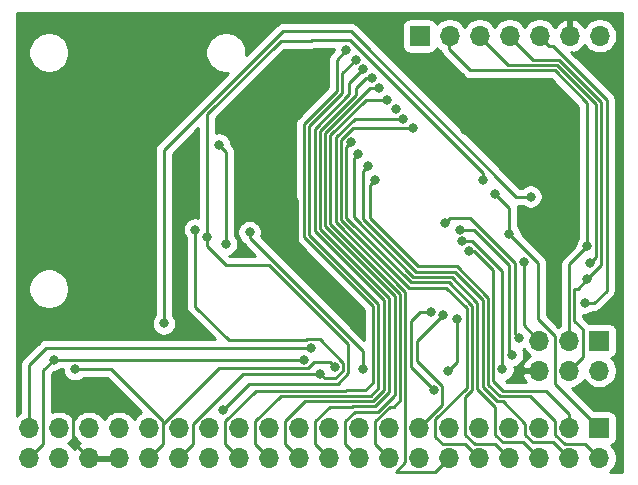
<source format=gbr>
%TF.GenerationSoftware,KiCad,Pcbnew,5.1.5*%
%TF.CreationDate,2020-05-13T22:00:42+02:00*%
%TF.ProjectId,thinkpad-keyboard,7468696e-6b70-4616-942d-6b6579626f61,rev?*%
%TF.SameCoordinates,Original*%
%TF.FileFunction,Copper,L2,Bot*%
%TF.FilePolarity,Positive*%
%FSLAX46Y46*%
G04 Gerber Fmt 4.6, Leading zero omitted, Abs format (unit mm)*
G04 Created by KiCad (PCBNEW 5.1.5) date 2020-05-13 22:00:42*
%MOMM*%
%LPD*%
G04 APERTURE LIST*
%ADD10O,1.700000X1.700000*%
%ADD11R,1.700000X1.700000*%
%ADD12C,0.800000*%
%ADD13C,0.250000*%
%ADD14C,0.254000*%
G04 APERTURE END LIST*
D10*
X150040000Y-71600000D03*
X147500000Y-71600000D03*
X144960000Y-71600000D03*
X142420000Y-71600000D03*
X139880000Y-71600000D03*
X137340000Y-71600000D03*
D11*
X134800000Y-71600000D03*
D10*
X144920000Y-99940000D03*
X144920000Y-97400000D03*
X147460000Y-99940000D03*
X147460000Y-97400000D03*
X150000000Y-99940000D03*
D11*
X150000000Y-97400000D03*
D10*
X101740000Y-107340000D03*
X101740000Y-104800000D03*
X104280000Y-107340000D03*
X104280000Y-104800000D03*
X106820000Y-107340000D03*
X106820000Y-104800000D03*
X109360000Y-107340000D03*
X109360000Y-104800000D03*
X111900000Y-107340000D03*
X111900000Y-104800000D03*
X114440000Y-107340000D03*
X114440000Y-104800000D03*
X116980000Y-107340000D03*
X116980000Y-104800000D03*
X119520000Y-107340000D03*
X119520000Y-104800000D03*
X122060000Y-107340000D03*
X122060000Y-104800000D03*
X124600000Y-107340000D03*
X124600000Y-104800000D03*
X127140000Y-107340000D03*
X127140000Y-104800000D03*
X129680000Y-107340000D03*
X129680000Y-104800000D03*
X132220000Y-107340000D03*
X132220000Y-104800000D03*
X134760000Y-107340000D03*
X134760000Y-104800000D03*
X137300000Y-107340000D03*
X137300000Y-104800000D03*
X139840000Y-107340000D03*
X139840000Y-104800000D03*
X142380000Y-107340000D03*
X142380000Y-104800000D03*
X144920000Y-107340000D03*
X144920000Y-104800000D03*
X147460000Y-107340000D03*
X147460000Y-104800000D03*
X150000000Y-107340000D03*
D11*
X150000000Y-104800000D03*
D12*
X146000000Y-76800000D03*
X146000000Y-78000000D03*
X138600000Y-79600000D03*
X146284999Y-95115001D03*
X147700000Y-87500000D03*
X146000000Y-93000000D03*
X128200000Y-70000000D03*
X127200000Y-70000000D03*
X126000000Y-70000000D03*
X142200000Y-77400000D03*
X140600000Y-76000000D03*
X142200000Y-76000000D03*
X150000000Y-102800000D03*
X150600000Y-101800000D03*
X151200000Y-102800000D03*
X151400000Y-73600000D03*
X151400000Y-75200000D03*
X106800000Y-90200000D03*
X104000000Y-90200000D03*
X105600000Y-88200000D03*
X106800000Y-77200000D03*
X109400000Y-77200000D03*
X108200000Y-75400000D03*
X111400000Y-92800000D03*
X111000000Y-94000000D03*
X109200000Y-88200000D03*
X110000000Y-87400000D03*
X115600000Y-85200000D03*
X125612150Y-91387850D03*
X124200000Y-85600000D03*
X118200000Y-78600000D03*
X123600000Y-73200000D03*
X104000000Y-100800000D03*
X120400000Y-76400000D03*
X121800000Y-75000000D03*
X149200000Y-95400000D03*
X148800000Y-94200000D03*
X149000000Y-92200000D03*
X149200000Y-90800000D03*
X149000000Y-89400000D03*
X143600000Y-90700000D03*
X125000000Y-99000000D03*
X103800000Y-99000000D03*
X125600000Y-98000000D03*
X144200000Y-85200000D03*
X113140000Y-95940000D03*
X130800000Y-75200000D03*
X127600000Y-99600000D03*
X105600000Y-99800000D03*
X115800000Y-88000000D03*
X126400000Y-100200000D03*
X140200000Y-83800000D03*
X116800000Y-88600000D03*
X118155001Y-103244999D03*
X128600000Y-72800000D03*
X129400000Y-73600000D03*
X130000000Y-74400000D03*
X117800000Y-80800000D03*
X118400000Y-89200000D03*
X141200000Y-85000000D03*
X131400000Y-76000000D03*
X132000000Y-77000000D03*
X137200000Y-100000000D03*
X138000000Y-95600000D03*
X132800000Y-77800000D03*
X130000000Y-99800000D03*
X120400000Y-88200000D03*
X136800000Y-95200000D03*
X133400000Y-78600000D03*
X135800000Y-95000000D03*
X136000000Y-101600000D03*
X142400000Y-88400000D03*
X134200000Y-79400000D03*
X143200000Y-97200000D03*
X136950000Y-87450000D03*
X129000000Y-80600000D03*
X142600000Y-98600000D03*
X138200000Y-88000000D03*
X129600000Y-81600000D03*
X141800000Y-99800000D03*
X138400000Y-89000000D03*
X130400000Y-82600000D03*
X139000000Y-89800000D03*
X131000000Y-83800000D03*
D13*
X146284999Y-88915001D02*
X147700000Y-87500000D01*
X146284999Y-95115001D02*
X146284999Y-88915001D01*
X124374890Y-86165685D02*
X124374890Y-85600000D01*
X124374890Y-90716275D02*
X124374890Y-86165685D01*
X125046465Y-91387850D02*
X124374890Y-90716275D01*
X125612150Y-91387850D02*
X125046465Y-91387850D01*
X124200000Y-85990795D02*
X124374890Y-86165685D01*
X124200000Y-85600000D02*
X124200000Y-85990795D01*
X105455001Y-105975001D02*
X105455001Y-102255001D01*
X106820000Y-107340000D02*
X105455001Y-105975001D01*
X105455001Y-102255001D02*
X104000000Y-100800000D01*
X104000000Y-100800000D02*
X104000000Y-100800000D01*
X150625020Y-76988610D02*
X150625020Y-93174980D01*
X146086409Y-72449999D02*
X150625020Y-76988610D01*
X144920000Y-71600000D02*
X145769999Y-72449999D01*
X145769999Y-72449999D02*
X146086409Y-72449999D01*
X150625020Y-93174980D02*
X149600000Y-94200000D01*
X149600000Y-94200000D02*
X149000000Y-94200000D01*
X144380000Y-73600000D02*
X142380000Y-71600000D01*
X146600000Y-73600000D02*
X144380000Y-73600000D01*
X150175010Y-77175010D02*
X146600000Y-73600000D01*
X149000000Y-92200000D02*
X150175010Y-91024990D01*
X150175010Y-91024990D02*
X150175010Y-77175010D01*
X148635001Y-96435001D02*
X147910010Y-95710010D01*
X147460000Y-99940000D02*
X148635001Y-98764999D01*
X148635001Y-98764999D02*
X148635001Y-96435001D01*
X147910010Y-95710010D02*
X147910010Y-93000000D01*
X148200000Y-93000000D02*
X149000000Y-92200000D01*
X147910010Y-93000000D02*
X148200000Y-93000000D01*
X146413600Y-74050010D02*
X142290010Y-74050010D01*
X142290010Y-74050010D02*
X139840000Y-71600000D01*
X149725001Y-77361411D02*
X146413600Y-74050010D01*
X149200000Y-90800000D02*
X149725001Y-90274999D01*
X149725001Y-90274999D02*
X149725001Y-77361411D01*
X137300000Y-72700000D02*
X137300000Y-71600000D01*
X139100020Y-74500020D02*
X137300000Y-72700000D01*
X146227200Y-74500020D02*
X139100020Y-74500020D01*
X149000000Y-77272820D02*
X146227200Y-74500020D01*
X149000000Y-89400000D02*
X149000000Y-77272820D01*
X147460000Y-90940000D02*
X149000000Y-89400000D01*
X147460000Y-97400000D02*
X147460000Y-90940000D01*
X143600000Y-96080000D02*
X143600000Y-90700000D01*
X144920000Y-97400000D02*
X143600000Y-96080000D01*
X102589999Y-106490001D02*
X101740000Y-107340000D01*
X102915001Y-99884999D02*
X102915001Y-106164999D01*
X103800000Y-99000000D02*
X102915001Y-99884999D01*
X102915001Y-106164999D02*
X102589999Y-106490001D01*
X125000000Y-99000000D02*
X103800000Y-99000000D01*
X103800000Y-99000000D02*
X103800000Y-99000000D01*
X101740000Y-99460000D02*
X101740000Y-104800000D01*
X125600000Y-98000000D02*
X103200000Y-98000000D01*
X103200000Y-98000000D02*
X101740000Y-99460000D01*
X129000000Y-71200000D02*
X123200000Y-71200000D01*
X123200000Y-71200000D02*
X113140000Y-81260000D01*
X144200000Y-85200000D02*
X143000000Y-85200000D01*
X113140000Y-81260000D02*
X113140000Y-95940000D01*
X143000000Y-85200000D02*
X129000000Y-71200000D01*
X125964999Y-106164999D02*
X127140000Y-107340000D01*
X126349954Y-79631408D02*
X126349955Y-87913545D01*
X125964999Y-104235001D02*
X125964999Y-106164999D01*
X126349955Y-87913545D02*
X132200000Y-93763590D01*
X129400000Y-76581362D02*
X126349954Y-79631408D01*
X129400000Y-76034315D02*
X129400000Y-76581362D01*
X132200000Y-93763590D02*
X132200000Y-101763590D01*
X132200000Y-101763590D02*
X131013600Y-102949990D01*
X130234315Y-75200000D02*
X129400000Y-76034315D01*
X127200000Y-103000000D02*
X125964999Y-104235001D01*
X131013600Y-102949990D02*
X129154598Y-102949990D01*
X130800000Y-75200000D02*
X130234315Y-75200000D01*
X129154598Y-102949990D02*
X129104588Y-103000000D01*
X129104588Y-103000000D02*
X127200000Y-103000000D01*
X113075001Y-104425997D02*
X113075001Y-106164999D01*
X125348001Y-99725001D02*
X117775997Y-99725001D01*
X125873001Y-99200001D02*
X125348001Y-99725001D01*
X127200001Y-99200001D02*
X125873001Y-99200001D01*
X117775997Y-99725001D02*
X113075001Y-104425997D01*
X127600000Y-99600000D02*
X127200001Y-99200001D01*
X113075001Y-106164999D02*
X112749999Y-106490001D01*
X112749999Y-106490001D02*
X111900000Y-107340000D01*
X113075001Y-104235999D02*
X113075001Y-106164999D01*
X108639002Y-99800000D02*
X113075001Y-104235999D01*
X105600000Y-99800000D02*
X108639002Y-99800000D01*
X115800000Y-88000000D02*
X115800000Y-88000000D01*
X115289999Y-106490001D02*
X114440000Y-107340000D01*
X115615001Y-106164999D02*
X115289999Y-106490001D01*
X115615001Y-104425997D02*
X115615001Y-106164999D01*
X119840998Y-100200000D02*
X115615001Y-104425997D01*
X126400000Y-100200000D02*
X119840998Y-100200000D01*
X126799999Y-100599999D02*
X126400000Y-100200000D01*
X126348001Y-97274999D02*
X128325001Y-99251999D01*
X125251999Y-97274999D02*
X126348001Y-97274999D01*
X125171997Y-97355001D02*
X125251999Y-97274999D01*
X118621999Y-97355001D02*
X125171997Y-97355001D01*
X127673003Y-100599999D02*
X126799999Y-100599999D01*
X128325001Y-99948001D02*
X127673003Y-100599999D01*
X115800000Y-94533002D02*
X118621999Y-97355001D01*
X128325001Y-99251999D02*
X128325001Y-99948001D01*
X115800000Y-88000000D02*
X115800000Y-94533002D01*
X116800000Y-88600000D02*
X116800000Y-88600000D01*
X140200000Y-83234315D02*
X140200000Y-83800000D01*
X128882842Y-71917158D02*
X125682842Y-71917158D01*
X128882842Y-71917158D02*
X140200000Y-83234315D01*
X125682842Y-71917158D02*
X125600000Y-72000000D01*
X125600000Y-72000000D02*
X123036410Y-72000000D01*
X116800000Y-78236410D02*
X116800000Y-88600000D01*
X123036410Y-72000000D02*
X116800000Y-78236410D01*
X120349992Y-101050008D02*
X118155001Y-103244999D01*
X128775011Y-100134401D02*
X127859404Y-101050008D01*
X116800000Y-88600000D02*
X116800000Y-89400000D01*
X127859404Y-101050008D02*
X120349992Y-101050008D01*
X128775011Y-97702009D02*
X128775011Y-100134401D01*
X116800000Y-89400000D02*
X118400000Y-91000000D01*
X122073002Y-91000000D02*
X128775011Y-97702009D01*
X118400000Y-91000000D02*
X122073002Y-91000000D01*
X118344999Y-106164999D02*
X119520000Y-107340000D01*
X118344999Y-104235999D02*
X118344999Y-106164999D01*
X128563573Y-101631785D02*
X120949213Y-101631785D01*
X124999927Y-88599927D02*
X130849862Y-94449862D01*
X128600000Y-72800000D02*
X127802991Y-73597009D01*
X124999926Y-79072210D02*
X124999927Y-88599927D01*
X127802991Y-76269144D02*
X124999926Y-79072210D01*
X127802991Y-73597009D02*
X127802991Y-76269144D01*
X130849862Y-97486272D02*
X130849970Y-97486380D01*
X130849970Y-97486380D02*
X130849970Y-100950030D01*
X130849970Y-100950030D02*
X130200040Y-101599960D01*
X130200040Y-101599960D02*
X128595398Y-101599960D01*
X120949213Y-101631785D02*
X118344999Y-104235999D01*
X130849862Y-94449862D02*
X130849862Y-97486272D01*
X128595398Y-101599960D02*
X128563573Y-101631785D01*
X128731788Y-102099980D02*
X123021018Y-102099980D01*
X125449936Y-79258610D02*
X125449936Y-88413526D01*
X125449936Y-88413526D02*
X131299872Y-94263462D01*
X128253001Y-76455542D02*
X125449936Y-79258610D01*
X120884999Y-104235999D02*
X120884999Y-106164999D01*
X130640800Y-102049970D02*
X128781798Y-102049970D01*
X129400000Y-73600000D02*
X128253001Y-74746999D01*
X123021018Y-102099980D02*
X120884999Y-104235999D01*
X131299980Y-101390790D02*
X130640800Y-102049970D01*
X131299872Y-94263462D02*
X131299872Y-97299872D01*
X131299872Y-97299872D02*
X131299980Y-97299980D01*
X131299980Y-97299980D02*
X131299980Y-101390790D01*
X120884999Y-106164999D02*
X122060000Y-107340000D01*
X128253001Y-74746999D02*
X128253001Y-76455542D01*
X128781798Y-102049970D02*
X128731788Y-102099980D01*
X123424999Y-106164999D02*
X124600000Y-107340000D01*
X125899945Y-79445009D02*
X125899946Y-88099946D01*
X128847471Y-75552529D02*
X128847471Y-76497481D01*
X130827200Y-102499980D02*
X128968198Y-102499980D01*
X131749990Y-93949990D02*
X131749990Y-101577190D01*
X128847471Y-76497481D02*
X125899945Y-79445009D01*
X128918188Y-102549990D02*
X125111008Y-102549990D01*
X125899946Y-88099946D02*
X131749990Y-93949990D01*
X125111008Y-102549990D02*
X123424999Y-104235999D01*
X123424999Y-104235999D02*
X123424999Y-106164999D01*
X130000000Y-74400000D02*
X128847471Y-75552529D01*
X131749990Y-101577190D02*
X130827200Y-102499980D01*
X128968198Y-102499980D02*
X128918188Y-102549990D01*
X118400000Y-81400000D02*
X117800000Y-80800000D01*
X118400000Y-89200000D02*
X118400000Y-81400000D01*
X141200000Y-85000000D02*
X141200000Y-85000000D01*
X128504999Y-106164999D02*
X129680000Y-107340000D01*
X126799964Y-87727144D02*
X132684979Y-93612159D01*
X126799964Y-79817808D02*
X126799964Y-87727144D01*
X129340998Y-103400000D02*
X128504999Y-104235999D01*
X130617772Y-76000000D02*
X126799964Y-79817808D01*
X132684979Y-93612159D02*
X132684979Y-101959609D01*
X131400000Y-76000000D02*
X130617772Y-76000000D01*
X132684979Y-101959609D02*
X132600000Y-102000000D01*
X132600000Y-102000000D02*
X132600000Y-102044588D01*
X132600000Y-102044588D02*
X131244588Y-103400000D01*
X131244588Y-103400000D02*
X129340998Y-103400000D01*
X128504999Y-104235999D02*
X128504999Y-106164999D01*
X132280998Y-103000000D02*
X131044999Y-104235999D01*
X132600000Y-103000000D02*
X132280998Y-103000000D01*
X133134989Y-102465011D02*
X132600000Y-103000000D01*
X127249974Y-80004208D02*
X127249974Y-87540744D01*
X131370001Y-106490001D02*
X132220000Y-107340000D01*
X131044999Y-106164999D02*
X131370001Y-106490001D01*
X133134989Y-93425759D02*
X133134989Y-102465011D01*
X130254182Y-77000000D02*
X127249974Y-80004208D01*
X131044999Y-104235999D02*
X131044999Y-106164999D01*
X132000000Y-77000000D02*
X130254182Y-77000000D01*
X127249974Y-87540744D02*
X133134989Y-93425759D01*
X137200000Y-100000000D02*
X137200000Y-100000000D01*
X138000000Y-99200000D02*
X138000000Y-95600000D01*
X137200000Y-100000000D02*
X138000000Y-99200000D01*
X130000000Y-99800000D02*
X130000000Y-98290588D01*
X130000000Y-98290588D02*
X120400000Y-88690588D01*
X120400000Y-88690588D02*
X120400000Y-88200000D01*
X120400000Y-88200000D02*
X120400000Y-88200000D01*
X135609999Y-103950001D02*
X134760000Y-104800000D01*
X135609999Y-103924591D02*
X135609999Y-103950001D01*
X136725001Y-102809589D02*
X135609999Y-103924591D01*
X136725001Y-101251999D02*
X136725001Y-102809589D01*
X134574999Y-99101997D02*
X136725001Y-101251999D01*
X134574999Y-97425001D02*
X134574999Y-99101997D01*
X136800000Y-95200000D02*
X134574999Y-97425001D01*
X133400000Y-78600000D02*
X129290588Y-78600000D01*
X129290588Y-78600000D02*
X127699982Y-80190608D01*
X127699982Y-87354342D02*
X127699982Y-80190608D01*
X133584998Y-93239358D02*
X127699982Y-87354342D01*
X132784001Y-108515001D02*
X133584998Y-107714004D01*
X136124999Y-108515001D02*
X132784001Y-108515001D01*
X133584998Y-107714004D02*
X133584998Y-93239358D01*
X137300000Y-107340000D02*
X136124999Y-108515001D01*
X134035009Y-98635009D02*
X134035009Y-95764991D01*
X134800000Y-95000000D02*
X135800000Y-95000000D01*
X134035009Y-95764991D02*
X134800000Y-95000000D01*
X134035009Y-98635009D02*
X134035009Y-99635009D01*
X134035009Y-99635009D02*
X136000000Y-101600000D01*
X136000000Y-101600000D02*
X136000000Y-101600000D01*
X146284999Y-101084999D02*
X150000000Y-104800000D01*
X146284999Y-97025997D02*
X146284999Y-101084999D01*
X138664999Y-106164999D02*
X139840000Y-107340000D01*
X133891025Y-92908975D02*
X137072565Y-92908975D01*
X138785500Y-101385500D02*
X136124999Y-104046001D01*
X134200000Y-79400000D02*
X129126998Y-79400000D01*
X136124999Y-104046001D02*
X136124999Y-105553999D01*
X128149991Y-80377007D02*
X128149992Y-87167942D01*
X129126998Y-79400000D02*
X128149991Y-80377007D01*
X128149992Y-87167942D02*
X133891025Y-92908975D01*
X137072565Y-92908975D02*
X138785500Y-94621910D01*
X136124999Y-105553999D02*
X136735999Y-106164999D01*
X138785500Y-94621910D02*
X138785500Y-101385500D01*
X136735999Y-106164999D02*
X138664999Y-106164999D01*
X143200000Y-97200000D02*
X143200000Y-97200000D01*
X143200000Y-97200000D02*
X142850010Y-96850010D01*
X142850010Y-90813600D02*
X142818205Y-90781795D01*
X142850010Y-96850010D02*
X142850010Y-90813600D01*
X137349999Y-87050001D02*
X136950000Y-87450000D01*
X139086411Y-87050001D02*
X137349999Y-87050001D01*
X142850010Y-90813600D02*
X139086411Y-87050001D01*
X141204999Y-106164999D02*
X142380000Y-107340000D01*
X139465997Y-106164999D02*
X141204999Y-106164999D01*
X138664999Y-102142411D02*
X138664999Y-105364001D01*
X139235510Y-101571900D02*
X138664999Y-102142411D01*
X139235510Y-94435510D02*
X139235510Y-101571900D01*
X138664999Y-105364001D02*
X139465997Y-106164999D01*
X129000000Y-80600000D02*
X128600001Y-80999999D01*
X134077425Y-92458965D02*
X137258965Y-92458965D01*
X137258965Y-92458965D02*
X139235510Y-94435510D01*
X128600001Y-80999999D02*
X128600001Y-86981541D01*
X128600001Y-86981541D02*
X134077425Y-92458965D01*
X142600000Y-98600000D02*
X142600000Y-98600000D01*
X139400000Y-88000000D02*
X138200000Y-88000000D01*
X142400000Y-91000000D02*
X139400000Y-88000000D01*
X142600000Y-98600000D02*
X142400000Y-98400000D01*
X142400000Y-98400000D02*
X142400000Y-91000000D01*
X141815999Y-105975001D02*
X143555001Y-105975001D01*
X141204999Y-105364001D02*
X141815999Y-105975001D01*
X141204999Y-103004999D02*
X141204999Y-105364001D01*
X139685520Y-94194932D02*
X139685520Y-101485520D01*
X139685520Y-101485520D02*
X141204999Y-103004999D01*
X129200001Y-81999999D02*
X129200001Y-86945131D01*
X137499543Y-92008955D02*
X139685520Y-94194932D01*
X129600000Y-81600000D02*
X129200001Y-81999999D01*
X129200001Y-86945131D02*
X134263825Y-92008955D01*
X143555001Y-105975001D02*
X144920000Y-107340000D01*
X134263825Y-92008955D02*
X137499543Y-92008955D01*
X139273002Y-89000000D02*
X141800000Y-91526998D01*
X138400000Y-89000000D02*
X139273002Y-89000000D01*
X141800000Y-91526998D02*
X141800000Y-98436410D01*
X141800000Y-98436410D02*
X141800000Y-99800000D01*
X141800000Y-99800000D02*
X141800000Y-99800000D01*
X144355999Y-105975001D02*
X146095001Y-105975001D01*
X137758945Y-91558945D02*
X140135530Y-93935530D01*
X140135530Y-93935530D02*
X140135530Y-101299120D01*
X143744999Y-104425997D02*
X143744999Y-105364001D01*
X130000001Y-87108721D02*
X134450225Y-91558945D01*
X146095001Y-105975001D02*
X147460000Y-107340000D01*
X130000001Y-82999999D02*
X130000001Y-87108721D01*
X130400000Y-82600000D02*
X130000001Y-82999999D01*
X140135530Y-101299120D02*
X141381409Y-102544999D01*
X141864001Y-102544999D02*
X143744999Y-104425997D01*
X134450225Y-91558945D02*
X137758945Y-91558945D01*
X141381409Y-102544999D02*
X141864001Y-102544999D01*
X143744999Y-105364001D02*
X144355999Y-105975001D01*
X139436592Y-89800000D02*
X139000000Y-89800000D01*
X141035548Y-91398956D02*
X139436592Y-89800000D01*
X147460000Y-103597919D02*
X145507060Y-101644979D01*
X147460000Y-104800000D02*
X147460000Y-103597919D01*
X145507060Y-101644979D02*
X141844979Y-101644979D01*
X141844979Y-101644979D02*
X141035548Y-100835548D01*
X141035548Y-100835548D02*
X141035548Y-91398956D01*
X146284999Y-105364001D02*
X146284999Y-104235999D01*
X147085997Y-106164999D02*
X146284999Y-105364001D01*
X130563845Y-87036155D02*
X130563845Y-84236155D01*
X146284999Y-104235999D02*
X144143989Y-102094989D01*
X150000000Y-107340000D02*
X148824999Y-106164999D01*
X134636625Y-91108935D02*
X130563845Y-87036155D01*
X148824999Y-106164999D02*
X147085997Y-106164999D01*
X140585539Y-93749129D02*
X137945345Y-91108935D01*
X130563845Y-84236155D02*
X131000000Y-83800000D01*
X141567809Y-102094989D02*
X140585540Y-101112720D01*
X140585540Y-101112720D02*
X140585539Y-93749129D01*
X144143989Y-102094989D02*
X141567809Y-102094989D01*
X137945345Y-91108935D02*
X134636625Y-91108935D01*
X142400000Y-86200000D02*
X141200000Y-85000000D01*
X142400000Y-88400000D02*
X142400000Y-86200000D01*
X142400000Y-88400000D02*
X144800000Y-90800000D01*
X144800000Y-95540998D02*
X146284999Y-97025997D01*
X144800000Y-90800000D02*
X144800000Y-95540998D01*
D14*
G36*
X151915001Y-108515000D02*
G01*
X150914418Y-108515000D01*
X150946632Y-108493475D01*
X151153475Y-108286632D01*
X151315990Y-108043411D01*
X151427932Y-107773158D01*
X151485000Y-107486260D01*
X151485000Y-107193740D01*
X151427932Y-106906842D01*
X151315990Y-106636589D01*
X151153475Y-106393368D01*
X151021620Y-106261513D01*
X151094180Y-106239502D01*
X151204494Y-106180537D01*
X151301185Y-106101185D01*
X151380537Y-106004494D01*
X151439502Y-105894180D01*
X151475812Y-105774482D01*
X151488072Y-105650000D01*
X151488072Y-103950000D01*
X151475812Y-103825518D01*
X151439502Y-103705820D01*
X151380537Y-103595506D01*
X151301185Y-103498815D01*
X151204494Y-103419463D01*
X151094180Y-103360498D01*
X150974482Y-103324188D01*
X150850000Y-103311928D01*
X149586730Y-103311928D01*
X147684282Y-101409480D01*
X147893158Y-101367932D01*
X148163411Y-101255990D01*
X148406632Y-101093475D01*
X148613475Y-100886632D01*
X148730000Y-100712240D01*
X148846525Y-100886632D01*
X149053368Y-101093475D01*
X149296589Y-101255990D01*
X149566842Y-101367932D01*
X149853740Y-101425000D01*
X150146260Y-101425000D01*
X150433158Y-101367932D01*
X150703411Y-101255990D01*
X150946632Y-101093475D01*
X151153475Y-100886632D01*
X151315990Y-100643411D01*
X151427932Y-100373158D01*
X151485000Y-100086260D01*
X151485000Y-99793740D01*
X151427932Y-99506842D01*
X151315990Y-99236589D01*
X151153475Y-98993368D01*
X151021620Y-98861513D01*
X151094180Y-98839502D01*
X151204494Y-98780537D01*
X151301185Y-98701185D01*
X151380537Y-98604494D01*
X151439502Y-98494180D01*
X151475812Y-98374482D01*
X151488072Y-98250000D01*
X151488072Y-96550000D01*
X151475812Y-96425518D01*
X151439502Y-96305820D01*
X151380537Y-96195506D01*
X151301185Y-96098815D01*
X151204494Y-96019463D01*
X151094180Y-95960498D01*
X150974482Y-95924188D01*
X150850000Y-95911928D01*
X149188894Y-95911928D01*
X149175002Y-95895000D01*
X149146003Y-95871202D01*
X148670010Y-95395209D01*
X148670010Y-95229420D01*
X148698061Y-95235000D01*
X148901939Y-95235000D01*
X149101898Y-95195226D01*
X149290256Y-95117205D01*
X149459774Y-95003937D01*
X149503711Y-94960000D01*
X149562678Y-94960000D01*
X149600000Y-94963676D01*
X149637322Y-94960000D01*
X149637333Y-94960000D01*
X149748986Y-94949003D01*
X149892247Y-94905546D01*
X150024276Y-94834974D01*
X150140001Y-94740001D01*
X150163804Y-94710998D01*
X151136023Y-93738779D01*
X151165021Y-93714981D01*
X151259994Y-93599256D01*
X151330566Y-93467227D01*
X151374023Y-93323966D01*
X151385020Y-93212313D01*
X151385020Y-93212304D01*
X151388696Y-93174981D01*
X151385020Y-93137658D01*
X151385020Y-77025932D01*
X151388696Y-76988609D01*
X151385020Y-76951286D01*
X151385020Y-76951277D01*
X151374023Y-76839624D01*
X151330566Y-76696363D01*
X151259994Y-76564334D01*
X151165021Y-76448609D01*
X151136024Y-76424812D01*
X147636245Y-72925034D01*
X147856890Y-73041476D01*
X148004099Y-72996825D01*
X148266920Y-72871641D01*
X148500269Y-72697588D01*
X148695178Y-72481355D01*
X148764805Y-72364466D01*
X148886525Y-72546632D01*
X149093368Y-72753475D01*
X149336589Y-72915990D01*
X149606842Y-73027932D01*
X149893740Y-73085000D01*
X150186260Y-73085000D01*
X150473158Y-73027932D01*
X150743411Y-72915990D01*
X150986632Y-72753475D01*
X151193475Y-72546632D01*
X151355990Y-72303411D01*
X151467932Y-72033158D01*
X151525000Y-71746260D01*
X151525000Y-71453740D01*
X151467932Y-71166842D01*
X151355990Y-70896589D01*
X151193475Y-70653368D01*
X150986632Y-70446525D01*
X150743411Y-70284010D01*
X150473158Y-70172068D01*
X150186260Y-70115000D01*
X149893740Y-70115000D01*
X149606842Y-70172068D01*
X149336589Y-70284010D01*
X149093368Y-70446525D01*
X148886525Y-70653368D01*
X148764805Y-70835534D01*
X148695178Y-70718645D01*
X148500269Y-70502412D01*
X148266920Y-70328359D01*
X148004099Y-70203175D01*
X147856890Y-70158524D01*
X147627000Y-70279845D01*
X147627000Y-71473000D01*
X147647000Y-71473000D01*
X147647000Y-71727000D01*
X147627000Y-71727000D01*
X147627000Y-71747000D01*
X147373000Y-71747000D01*
X147373000Y-71727000D01*
X147353000Y-71727000D01*
X147353000Y-71473000D01*
X147373000Y-71473000D01*
X147373000Y-70279845D01*
X147143110Y-70158524D01*
X146995901Y-70203175D01*
X146733080Y-70328359D01*
X146499731Y-70502412D01*
X146304822Y-70718645D01*
X146235195Y-70835534D01*
X146113475Y-70653368D01*
X145906632Y-70446525D01*
X145663411Y-70284010D01*
X145393158Y-70172068D01*
X145106260Y-70115000D01*
X144813740Y-70115000D01*
X144526842Y-70172068D01*
X144256589Y-70284010D01*
X144013368Y-70446525D01*
X143806525Y-70653368D01*
X143690000Y-70827760D01*
X143573475Y-70653368D01*
X143366632Y-70446525D01*
X143123411Y-70284010D01*
X142853158Y-70172068D01*
X142566260Y-70115000D01*
X142273740Y-70115000D01*
X141986842Y-70172068D01*
X141716589Y-70284010D01*
X141473368Y-70446525D01*
X141266525Y-70653368D01*
X141150000Y-70827760D01*
X141033475Y-70653368D01*
X140826632Y-70446525D01*
X140583411Y-70284010D01*
X140313158Y-70172068D01*
X140026260Y-70115000D01*
X139733740Y-70115000D01*
X139446842Y-70172068D01*
X139176589Y-70284010D01*
X138933368Y-70446525D01*
X138726525Y-70653368D01*
X138610000Y-70827760D01*
X138493475Y-70653368D01*
X138286632Y-70446525D01*
X138043411Y-70284010D01*
X137773158Y-70172068D01*
X137486260Y-70115000D01*
X137193740Y-70115000D01*
X136906842Y-70172068D01*
X136636589Y-70284010D01*
X136393368Y-70446525D01*
X136261513Y-70578380D01*
X136239502Y-70505820D01*
X136180537Y-70395506D01*
X136101185Y-70298815D01*
X136004494Y-70219463D01*
X135894180Y-70160498D01*
X135774482Y-70124188D01*
X135650000Y-70111928D01*
X133950000Y-70111928D01*
X133825518Y-70124188D01*
X133705820Y-70160498D01*
X133595506Y-70219463D01*
X133498815Y-70298815D01*
X133419463Y-70395506D01*
X133360498Y-70505820D01*
X133324188Y-70625518D01*
X133311928Y-70750000D01*
X133311928Y-72450000D01*
X133324188Y-72574482D01*
X133360498Y-72694180D01*
X133419463Y-72804494D01*
X133498815Y-72901185D01*
X133595506Y-72980537D01*
X133705820Y-73039502D01*
X133825518Y-73075812D01*
X133950000Y-73088072D01*
X135650000Y-73088072D01*
X135774482Y-73075812D01*
X135894180Y-73039502D01*
X136004494Y-72980537D01*
X136101185Y-72901185D01*
X136180537Y-72804494D01*
X136239502Y-72694180D01*
X136261513Y-72621620D01*
X136393368Y-72753475D01*
X136554731Y-72861294D01*
X136584976Y-72961001D01*
X136594454Y-72992246D01*
X136665026Y-73124276D01*
X136690688Y-73155545D01*
X136759999Y-73240001D01*
X136789003Y-73263804D01*
X138536220Y-75011022D01*
X138560019Y-75040021D01*
X138675744Y-75134994D01*
X138807773Y-75205566D01*
X138951034Y-75249023D01*
X139062687Y-75260020D01*
X139062695Y-75260020D01*
X139100020Y-75263696D01*
X139137345Y-75260020D01*
X145912399Y-75260020D01*
X148240001Y-77587623D01*
X148240000Y-88696289D01*
X148196063Y-88740226D01*
X148082795Y-88909744D01*
X148004774Y-89098102D01*
X147965000Y-89298061D01*
X147965000Y-89360198D01*
X146948998Y-90376201D01*
X146920000Y-90399999D01*
X146896202Y-90428997D01*
X146896201Y-90428998D01*
X146825026Y-90515724D01*
X146754454Y-90647754D01*
X146736254Y-90707754D01*
X146710998Y-90791014D01*
X146705088Y-90851015D01*
X146696324Y-90940000D01*
X146700001Y-90977332D01*
X146700000Y-96121821D01*
X146553508Y-96219704D01*
X145560000Y-95226197D01*
X145560000Y-90837333D01*
X145563677Y-90800000D01*
X145550343Y-90664614D01*
X145549003Y-90651014D01*
X145505546Y-90507753D01*
X145434974Y-90375724D01*
X145340001Y-90259999D01*
X145311004Y-90236202D01*
X143435000Y-88360199D01*
X143435000Y-88298061D01*
X143395226Y-88098102D01*
X143317205Y-87909744D01*
X143203937Y-87740226D01*
X143160000Y-87696289D01*
X143160000Y-86237322D01*
X143163676Y-86199999D01*
X143160000Y-86162676D01*
X143160000Y-86162667D01*
X143149003Y-86051014D01*
X143121395Y-85960000D01*
X143496289Y-85960000D01*
X143540226Y-86003937D01*
X143709744Y-86117205D01*
X143898102Y-86195226D01*
X144098061Y-86235000D01*
X144301939Y-86235000D01*
X144501898Y-86195226D01*
X144690256Y-86117205D01*
X144859774Y-86003937D01*
X145003937Y-85859774D01*
X145117205Y-85690256D01*
X145195226Y-85501898D01*
X145235000Y-85301939D01*
X145235000Y-85098061D01*
X145195226Y-84898102D01*
X145117205Y-84709744D01*
X145003937Y-84540226D01*
X144859774Y-84396063D01*
X144690256Y-84282795D01*
X144501898Y-84204774D01*
X144301939Y-84165000D01*
X144098061Y-84165000D01*
X143898102Y-84204774D01*
X143709744Y-84282795D01*
X143540226Y-84396063D01*
X143496289Y-84440000D01*
X143314802Y-84440000D01*
X129563804Y-70689003D01*
X129540001Y-70659999D01*
X129424276Y-70565026D01*
X129292247Y-70494454D01*
X129148986Y-70450997D01*
X129037333Y-70440000D01*
X129037322Y-70440000D01*
X129000000Y-70436324D01*
X128962678Y-70440000D01*
X123237322Y-70440000D01*
X123199999Y-70436324D01*
X123162676Y-70440000D01*
X123162667Y-70440000D01*
X123051014Y-70450997D01*
X122907753Y-70494454D01*
X122775724Y-70565026D01*
X122775722Y-70565027D01*
X122775723Y-70565027D01*
X122688996Y-70636201D01*
X122688992Y-70636205D01*
X122659999Y-70659999D01*
X122636205Y-70688992D01*
X120130204Y-73194993D01*
X120135000Y-73170883D01*
X120135000Y-72829117D01*
X120068325Y-72493919D01*
X119937537Y-72178169D01*
X119747663Y-71894002D01*
X119505998Y-71652337D01*
X119221831Y-71462463D01*
X118906081Y-71331675D01*
X118570883Y-71265000D01*
X118229117Y-71265000D01*
X117893919Y-71331675D01*
X117578169Y-71462463D01*
X117294002Y-71652337D01*
X117052337Y-71894002D01*
X116862463Y-72178169D01*
X116731675Y-72493919D01*
X116665000Y-72829117D01*
X116665000Y-73170883D01*
X116731675Y-73506081D01*
X116862463Y-73821831D01*
X117052337Y-74105998D01*
X117294002Y-74347663D01*
X117578169Y-74537537D01*
X117893919Y-74668325D01*
X118229117Y-74735000D01*
X118570883Y-74735000D01*
X118594994Y-74730204D01*
X112629003Y-80696196D01*
X112599999Y-80719999D01*
X112563047Y-80765026D01*
X112505026Y-80835724D01*
X112449168Y-80940226D01*
X112434454Y-80967754D01*
X112390997Y-81111015D01*
X112380000Y-81222668D01*
X112380000Y-81222678D01*
X112376324Y-81260000D01*
X112380000Y-81297322D01*
X112380001Y-95236288D01*
X112336063Y-95280226D01*
X112222795Y-95449744D01*
X112144774Y-95638102D01*
X112105000Y-95838061D01*
X112105000Y-96041939D01*
X112144774Y-96241898D01*
X112222795Y-96430256D01*
X112336063Y-96599774D01*
X112480226Y-96743937D01*
X112649744Y-96857205D01*
X112838102Y-96935226D01*
X113038061Y-96975000D01*
X113241939Y-96975000D01*
X113441898Y-96935226D01*
X113630256Y-96857205D01*
X113799774Y-96743937D01*
X113943937Y-96599774D01*
X114057205Y-96430256D01*
X114135226Y-96241898D01*
X114175000Y-96041939D01*
X114175000Y-95838061D01*
X114135226Y-95638102D01*
X114057205Y-95449744D01*
X113943937Y-95280226D01*
X113900000Y-95236289D01*
X113900000Y-81574801D01*
X116040000Y-79434801D01*
X116040001Y-86992462D01*
X115901939Y-86965000D01*
X115698061Y-86965000D01*
X115498102Y-87004774D01*
X115309744Y-87082795D01*
X115140226Y-87196063D01*
X114996063Y-87340226D01*
X114882795Y-87509744D01*
X114804774Y-87698102D01*
X114765000Y-87898061D01*
X114765000Y-88101939D01*
X114804774Y-88301898D01*
X114882795Y-88490256D01*
X114996063Y-88659774D01*
X115040000Y-88703711D01*
X115040001Y-94495670D01*
X115036324Y-94533002D01*
X115040001Y-94570335D01*
X115050998Y-94681988D01*
X115056221Y-94699206D01*
X115094454Y-94825248D01*
X115165026Y-94957278D01*
X115236201Y-95044004D01*
X115260000Y-95073003D01*
X115288998Y-95096801D01*
X117432196Y-97240000D01*
X103237323Y-97240000D01*
X103200000Y-97236324D01*
X103162677Y-97240000D01*
X103162667Y-97240000D01*
X103051014Y-97250997D01*
X102907753Y-97294454D01*
X102775724Y-97365026D01*
X102659999Y-97459999D01*
X102636201Y-97488997D01*
X101229003Y-98896196D01*
X101199999Y-98919999D01*
X101153703Y-98976411D01*
X101105026Y-99035724D01*
X101044486Y-99148986D01*
X101034454Y-99167754D01*
X100990997Y-99311015D01*
X100980000Y-99422668D01*
X100980000Y-99422678D01*
X100976324Y-99460000D01*
X100980000Y-99497323D01*
X100980001Y-103521821D01*
X100793368Y-103646525D01*
X100685000Y-103754893D01*
X100685000Y-92829117D01*
X101665000Y-92829117D01*
X101665000Y-93170883D01*
X101731675Y-93506081D01*
X101862463Y-93821831D01*
X102052337Y-94105998D01*
X102294002Y-94347663D01*
X102578169Y-94537537D01*
X102893919Y-94668325D01*
X103229117Y-94735000D01*
X103570883Y-94735000D01*
X103906081Y-94668325D01*
X104221831Y-94537537D01*
X104505998Y-94347663D01*
X104747663Y-94105998D01*
X104937537Y-93821831D01*
X105068325Y-93506081D01*
X105135000Y-93170883D01*
X105135000Y-92829117D01*
X105068325Y-92493919D01*
X104937537Y-92178169D01*
X104747663Y-91894002D01*
X104505998Y-91652337D01*
X104221831Y-91462463D01*
X103906081Y-91331675D01*
X103570883Y-91265000D01*
X103229117Y-91265000D01*
X102893919Y-91331675D01*
X102578169Y-91462463D01*
X102294002Y-91652337D01*
X102052337Y-91894002D01*
X101862463Y-92178169D01*
X101731675Y-92493919D01*
X101665000Y-92829117D01*
X100685000Y-92829117D01*
X100685000Y-72829117D01*
X101665000Y-72829117D01*
X101665000Y-73170883D01*
X101731675Y-73506081D01*
X101862463Y-73821831D01*
X102052337Y-74105998D01*
X102294002Y-74347663D01*
X102578169Y-74537537D01*
X102893919Y-74668325D01*
X103229117Y-74735000D01*
X103570883Y-74735000D01*
X103906081Y-74668325D01*
X104221831Y-74537537D01*
X104505998Y-74347663D01*
X104747663Y-74105998D01*
X104937537Y-73821831D01*
X105068325Y-73506081D01*
X105135000Y-73170883D01*
X105135000Y-72829117D01*
X105068325Y-72493919D01*
X104937537Y-72178169D01*
X104747663Y-71894002D01*
X104505998Y-71652337D01*
X104221831Y-71462463D01*
X103906081Y-71331675D01*
X103570883Y-71265000D01*
X103229117Y-71265000D01*
X102893919Y-71331675D01*
X102578169Y-71462463D01*
X102294002Y-71652337D01*
X102052337Y-71894002D01*
X101862463Y-72178169D01*
X101731675Y-72493919D01*
X101665000Y-72829117D01*
X100685000Y-72829117D01*
X100685000Y-69685000D01*
X151915000Y-69685000D01*
X151915001Y-108515000D01*
G37*
X151915001Y-108515000D02*
X150914418Y-108515000D01*
X150946632Y-108493475D01*
X151153475Y-108286632D01*
X151315990Y-108043411D01*
X151427932Y-107773158D01*
X151485000Y-107486260D01*
X151485000Y-107193740D01*
X151427932Y-106906842D01*
X151315990Y-106636589D01*
X151153475Y-106393368D01*
X151021620Y-106261513D01*
X151094180Y-106239502D01*
X151204494Y-106180537D01*
X151301185Y-106101185D01*
X151380537Y-106004494D01*
X151439502Y-105894180D01*
X151475812Y-105774482D01*
X151488072Y-105650000D01*
X151488072Y-103950000D01*
X151475812Y-103825518D01*
X151439502Y-103705820D01*
X151380537Y-103595506D01*
X151301185Y-103498815D01*
X151204494Y-103419463D01*
X151094180Y-103360498D01*
X150974482Y-103324188D01*
X150850000Y-103311928D01*
X149586730Y-103311928D01*
X147684282Y-101409480D01*
X147893158Y-101367932D01*
X148163411Y-101255990D01*
X148406632Y-101093475D01*
X148613475Y-100886632D01*
X148730000Y-100712240D01*
X148846525Y-100886632D01*
X149053368Y-101093475D01*
X149296589Y-101255990D01*
X149566842Y-101367932D01*
X149853740Y-101425000D01*
X150146260Y-101425000D01*
X150433158Y-101367932D01*
X150703411Y-101255990D01*
X150946632Y-101093475D01*
X151153475Y-100886632D01*
X151315990Y-100643411D01*
X151427932Y-100373158D01*
X151485000Y-100086260D01*
X151485000Y-99793740D01*
X151427932Y-99506842D01*
X151315990Y-99236589D01*
X151153475Y-98993368D01*
X151021620Y-98861513D01*
X151094180Y-98839502D01*
X151204494Y-98780537D01*
X151301185Y-98701185D01*
X151380537Y-98604494D01*
X151439502Y-98494180D01*
X151475812Y-98374482D01*
X151488072Y-98250000D01*
X151488072Y-96550000D01*
X151475812Y-96425518D01*
X151439502Y-96305820D01*
X151380537Y-96195506D01*
X151301185Y-96098815D01*
X151204494Y-96019463D01*
X151094180Y-95960498D01*
X150974482Y-95924188D01*
X150850000Y-95911928D01*
X149188894Y-95911928D01*
X149175002Y-95895000D01*
X149146003Y-95871202D01*
X148670010Y-95395209D01*
X148670010Y-95229420D01*
X148698061Y-95235000D01*
X148901939Y-95235000D01*
X149101898Y-95195226D01*
X149290256Y-95117205D01*
X149459774Y-95003937D01*
X149503711Y-94960000D01*
X149562678Y-94960000D01*
X149600000Y-94963676D01*
X149637322Y-94960000D01*
X149637333Y-94960000D01*
X149748986Y-94949003D01*
X149892247Y-94905546D01*
X150024276Y-94834974D01*
X150140001Y-94740001D01*
X150163804Y-94710998D01*
X151136023Y-93738779D01*
X151165021Y-93714981D01*
X151259994Y-93599256D01*
X151330566Y-93467227D01*
X151374023Y-93323966D01*
X151385020Y-93212313D01*
X151385020Y-93212304D01*
X151388696Y-93174981D01*
X151385020Y-93137658D01*
X151385020Y-77025932D01*
X151388696Y-76988609D01*
X151385020Y-76951286D01*
X151385020Y-76951277D01*
X151374023Y-76839624D01*
X151330566Y-76696363D01*
X151259994Y-76564334D01*
X151165021Y-76448609D01*
X151136024Y-76424812D01*
X147636245Y-72925034D01*
X147856890Y-73041476D01*
X148004099Y-72996825D01*
X148266920Y-72871641D01*
X148500269Y-72697588D01*
X148695178Y-72481355D01*
X148764805Y-72364466D01*
X148886525Y-72546632D01*
X149093368Y-72753475D01*
X149336589Y-72915990D01*
X149606842Y-73027932D01*
X149893740Y-73085000D01*
X150186260Y-73085000D01*
X150473158Y-73027932D01*
X150743411Y-72915990D01*
X150986632Y-72753475D01*
X151193475Y-72546632D01*
X151355990Y-72303411D01*
X151467932Y-72033158D01*
X151525000Y-71746260D01*
X151525000Y-71453740D01*
X151467932Y-71166842D01*
X151355990Y-70896589D01*
X151193475Y-70653368D01*
X150986632Y-70446525D01*
X150743411Y-70284010D01*
X150473158Y-70172068D01*
X150186260Y-70115000D01*
X149893740Y-70115000D01*
X149606842Y-70172068D01*
X149336589Y-70284010D01*
X149093368Y-70446525D01*
X148886525Y-70653368D01*
X148764805Y-70835534D01*
X148695178Y-70718645D01*
X148500269Y-70502412D01*
X148266920Y-70328359D01*
X148004099Y-70203175D01*
X147856890Y-70158524D01*
X147627000Y-70279845D01*
X147627000Y-71473000D01*
X147647000Y-71473000D01*
X147647000Y-71727000D01*
X147627000Y-71727000D01*
X147627000Y-71747000D01*
X147373000Y-71747000D01*
X147373000Y-71727000D01*
X147353000Y-71727000D01*
X147353000Y-71473000D01*
X147373000Y-71473000D01*
X147373000Y-70279845D01*
X147143110Y-70158524D01*
X146995901Y-70203175D01*
X146733080Y-70328359D01*
X146499731Y-70502412D01*
X146304822Y-70718645D01*
X146235195Y-70835534D01*
X146113475Y-70653368D01*
X145906632Y-70446525D01*
X145663411Y-70284010D01*
X145393158Y-70172068D01*
X145106260Y-70115000D01*
X144813740Y-70115000D01*
X144526842Y-70172068D01*
X144256589Y-70284010D01*
X144013368Y-70446525D01*
X143806525Y-70653368D01*
X143690000Y-70827760D01*
X143573475Y-70653368D01*
X143366632Y-70446525D01*
X143123411Y-70284010D01*
X142853158Y-70172068D01*
X142566260Y-70115000D01*
X142273740Y-70115000D01*
X141986842Y-70172068D01*
X141716589Y-70284010D01*
X141473368Y-70446525D01*
X141266525Y-70653368D01*
X141150000Y-70827760D01*
X141033475Y-70653368D01*
X140826632Y-70446525D01*
X140583411Y-70284010D01*
X140313158Y-70172068D01*
X140026260Y-70115000D01*
X139733740Y-70115000D01*
X139446842Y-70172068D01*
X139176589Y-70284010D01*
X138933368Y-70446525D01*
X138726525Y-70653368D01*
X138610000Y-70827760D01*
X138493475Y-70653368D01*
X138286632Y-70446525D01*
X138043411Y-70284010D01*
X137773158Y-70172068D01*
X137486260Y-70115000D01*
X137193740Y-70115000D01*
X136906842Y-70172068D01*
X136636589Y-70284010D01*
X136393368Y-70446525D01*
X136261513Y-70578380D01*
X136239502Y-70505820D01*
X136180537Y-70395506D01*
X136101185Y-70298815D01*
X136004494Y-70219463D01*
X135894180Y-70160498D01*
X135774482Y-70124188D01*
X135650000Y-70111928D01*
X133950000Y-70111928D01*
X133825518Y-70124188D01*
X133705820Y-70160498D01*
X133595506Y-70219463D01*
X133498815Y-70298815D01*
X133419463Y-70395506D01*
X133360498Y-70505820D01*
X133324188Y-70625518D01*
X133311928Y-70750000D01*
X133311928Y-72450000D01*
X133324188Y-72574482D01*
X133360498Y-72694180D01*
X133419463Y-72804494D01*
X133498815Y-72901185D01*
X133595506Y-72980537D01*
X133705820Y-73039502D01*
X133825518Y-73075812D01*
X133950000Y-73088072D01*
X135650000Y-73088072D01*
X135774482Y-73075812D01*
X135894180Y-73039502D01*
X136004494Y-72980537D01*
X136101185Y-72901185D01*
X136180537Y-72804494D01*
X136239502Y-72694180D01*
X136261513Y-72621620D01*
X136393368Y-72753475D01*
X136554731Y-72861294D01*
X136584976Y-72961001D01*
X136594454Y-72992246D01*
X136665026Y-73124276D01*
X136690688Y-73155545D01*
X136759999Y-73240001D01*
X136789003Y-73263804D01*
X138536220Y-75011022D01*
X138560019Y-75040021D01*
X138675744Y-75134994D01*
X138807773Y-75205566D01*
X138951034Y-75249023D01*
X139062687Y-75260020D01*
X139062695Y-75260020D01*
X139100020Y-75263696D01*
X139137345Y-75260020D01*
X145912399Y-75260020D01*
X148240001Y-77587623D01*
X148240000Y-88696289D01*
X148196063Y-88740226D01*
X148082795Y-88909744D01*
X148004774Y-89098102D01*
X147965000Y-89298061D01*
X147965000Y-89360198D01*
X146948998Y-90376201D01*
X146920000Y-90399999D01*
X146896202Y-90428997D01*
X146896201Y-90428998D01*
X146825026Y-90515724D01*
X146754454Y-90647754D01*
X146736254Y-90707754D01*
X146710998Y-90791014D01*
X146705088Y-90851015D01*
X146696324Y-90940000D01*
X146700001Y-90977332D01*
X146700000Y-96121821D01*
X146553508Y-96219704D01*
X145560000Y-95226197D01*
X145560000Y-90837333D01*
X145563677Y-90800000D01*
X145550343Y-90664614D01*
X145549003Y-90651014D01*
X145505546Y-90507753D01*
X145434974Y-90375724D01*
X145340001Y-90259999D01*
X145311004Y-90236202D01*
X143435000Y-88360199D01*
X143435000Y-88298061D01*
X143395226Y-88098102D01*
X143317205Y-87909744D01*
X143203937Y-87740226D01*
X143160000Y-87696289D01*
X143160000Y-86237322D01*
X143163676Y-86199999D01*
X143160000Y-86162676D01*
X143160000Y-86162667D01*
X143149003Y-86051014D01*
X143121395Y-85960000D01*
X143496289Y-85960000D01*
X143540226Y-86003937D01*
X143709744Y-86117205D01*
X143898102Y-86195226D01*
X144098061Y-86235000D01*
X144301939Y-86235000D01*
X144501898Y-86195226D01*
X144690256Y-86117205D01*
X144859774Y-86003937D01*
X145003937Y-85859774D01*
X145117205Y-85690256D01*
X145195226Y-85501898D01*
X145235000Y-85301939D01*
X145235000Y-85098061D01*
X145195226Y-84898102D01*
X145117205Y-84709744D01*
X145003937Y-84540226D01*
X144859774Y-84396063D01*
X144690256Y-84282795D01*
X144501898Y-84204774D01*
X144301939Y-84165000D01*
X144098061Y-84165000D01*
X143898102Y-84204774D01*
X143709744Y-84282795D01*
X143540226Y-84396063D01*
X143496289Y-84440000D01*
X143314802Y-84440000D01*
X129563804Y-70689003D01*
X129540001Y-70659999D01*
X129424276Y-70565026D01*
X129292247Y-70494454D01*
X129148986Y-70450997D01*
X129037333Y-70440000D01*
X129037322Y-70440000D01*
X129000000Y-70436324D01*
X128962678Y-70440000D01*
X123237322Y-70440000D01*
X123199999Y-70436324D01*
X123162676Y-70440000D01*
X123162667Y-70440000D01*
X123051014Y-70450997D01*
X122907753Y-70494454D01*
X122775724Y-70565026D01*
X122775722Y-70565027D01*
X122775723Y-70565027D01*
X122688996Y-70636201D01*
X122688992Y-70636205D01*
X122659999Y-70659999D01*
X122636205Y-70688992D01*
X120130204Y-73194993D01*
X120135000Y-73170883D01*
X120135000Y-72829117D01*
X120068325Y-72493919D01*
X119937537Y-72178169D01*
X119747663Y-71894002D01*
X119505998Y-71652337D01*
X119221831Y-71462463D01*
X118906081Y-71331675D01*
X118570883Y-71265000D01*
X118229117Y-71265000D01*
X117893919Y-71331675D01*
X117578169Y-71462463D01*
X117294002Y-71652337D01*
X117052337Y-71894002D01*
X116862463Y-72178169D01*
X116731675Y-72493919D01*
X116665000Y-72829117D01*
X116665000Y-73170883D01*
X116731675Y-73506081D01*
X116862463Y-73821831D01*
X117052337Y-74105998D01*
X117294002Y-74347663D01*
X117578169Y-74537537D01*
X117893919Y-74668325D01*
X118229117Y-74735000D01*
X118570883Y-74735000D01*
X118594994Y-74730204D01*
X112629003Y-80696196D01*
X112599999Y-80719999D01*
X112563047Y-80765026D01*
X112505026Y-80835724D01*
X112449168Y-80940226D01*
X112434454Y-80967754D01*
X112390997Y-81111015D01*
X112380000Y-81222668D01*
X112380000Y-81222678D01*
X112376324Y-81260000D01*
X112380000Y-81297322D01*
X112380001Y-95236288D01*
X112336063Y-95280226D01*
X112222795Y-95449744D01*
X112144774Y-95638102D01*
X112105000Y-95838061D01*
X112105000Y-96041939D01*
X112144774Y-96241898D01*
X112222795Y-96430256D01*
X112336063Y-96599774D01*
X112480226Y-96743937D01*
X112649744Y-96857205D01*
X112838102Y-96935226D01*
X113038061Y-96975000D01*
X113241939Y-96975000D01*
X113441898Y-96935226D01*
X113630256Y-96857205D01*
X113799774Y-96743937D01*
X113943937Y-96599774D01*
X114057205Y-96430256D01*
X114135226Y-96241898D01*
X114175000Y-96041939D01*
X114175000Y-95838061D01*
X114135226Y-95638102D01*
X114057205Y-95449744D01*
X113943937Y-95280226D01*
X113900000Y-95236289D01*
X113900000Y-81574801D01*
X116040000Y-79434801D01*
X116040001Y-86992462D01*
X115901939Y-86965000D01*
X115698061Y-86965000D01*
X115498102Y-87004774D01*
X115309744Y-87082795D01*
X115140226Y-87196063D01*
X114996063Y-87340226D01*
X114882795Y-87509744D01*
X114804774Y-87698102D01*
X114765000Y-87898061D01*
X114765000Y-88101939D01*
X114804774Y-88301898D01*
X114882795Y-88490256D01*
X114996063Y-88659774D01*
X115040000Y-88703711D01*
X115040001Y-94495670D01*
X115036324Y-94533002D01*
X115040001Y-94570335D01*
X115050998Y-94681988D01*
X115056221Y-94699206D01*
X115094454Y-94825248D01*
X115165026Y-94957278D01*
X115236201Y-95044004D01*
X115260000Y-95073003D01*
X115288998Y-95096801D01*
X117432196Y-97240000D01*
X103237323Y-97240000D01*
X103200000Y-97236324D01*
X103162677Y-97240000D01*
X103162667Y-97240000D01*
X103051014Y-97250997D01*
X102907753Y-97294454D01*
X102775724Y-97365026D01*
X102659999Y-97459999D01*
X102636201Y-97488997D01*
X101229003Y-98896196D01*
X101199999Y-98919999D01*
X101153703Y-98976411D01*
X101105026Y-99035724D01*
X101044486Y-99148986D01*
X101034454Y-99167754D01*
X100990997Y-99311015D01*
X100980000Y-99422668D01*
X100980000Y-99422678D01*
X100976324Y-99460000D01*
X100980000Y-99497323D01*
X100980001Y-103521821D01*
X100793368Y-103646525D01*
X100685000Y-103754893D01*
X100685000Y-92829117D01*
X101665000Y-92829117D01*
X101665000Y-93170883D01*
X101731675Y-93506081D01*
X101862463Y-93821831D01*
X102052337Y-94105998D01*
X102294002Y-94347663D01*
X102578169Y-94537537D01*
X102893919Y-94668325D01*
X103229117Y-94735000D01*
X103570883Y-94735000D01*
X103906081Y-94668325D01*
X104221831Y-94537537D01*
X104505998Y-94347663D01*
X104747663Y-94105998D01*
X104937537Y-93821831D01*
X105068325Y-93506081D01*
X105135000Y-93170883D01*
X105135000Y-92829117D01*
X105068325Y-92493919D01*
X104937537Y-92178169D01*
X104747663Y-91894002D01*
X104505998Y-91652337D01*
X104221831Y-91462463D01*
X103906081Y-91331675D01*
X103570883Y-91265000D01*
X103229117Y-91265000D01*
X102893919Y-91331675D01*
X102578169Y-91462463D01*
X102294002Y-91652337D01*
X102052337Y-91894002D01*
X101862463Y-92178169D01*
X101731675Y-92493919D01*
X101665000Y-92829117D01*
X100685000Y-92829117D01*
X100685000Y-72829117D01*
X101665000Y-72829117D01*
X101665000Y-73170883D01*
X101731675Y-73506081D01*
X101862463Y-73821831D01*
X102052337Y-74105998D01*
X102294002Y-74347663D01*
X102578169Y-74537537D01*
X102893919Y-74668325D01*
X103229117Y-74735000D01*
X103570883Y-74735000D01*
X103906081Y-74668325D01*
X104221831Y-74537537D01*
X104505998Y-74347663D01*
X104747663Y-74105998D01*
X104937537Y-73821831D01*
X105068325Y-73506081D01*
X105135000Y-73170883D01*
X105135000Y-72829117D01*
X105068325Y-72493919D01*
X104937537Y-72178169D01*
X104747663Y-71894002D01*
X104505998Y-71652337D01*
X104221831Y-71462463D01*
X103906081Y-71331675D01*
X103570883Y-71265000D01*
X103229117Y-71265000D01*
X102893919Y-71331675D01*
X102578169Y-71462463D01*
X102294002Y-71652337D01*
X102052337Y-71894002D01*
X101862463Y-72178169D01*
X101731675Y-72493919D01*
X101665000Y-72829117D01*
X100685000Y-72829117D01*
X100685000Y-69685000D01*
X151915000Y-69685000D01*
X151915001Y-108515000D01*
G36*
X106947000Y-107213000D02*
G01*
X109233000Y-107213000D01*
X109233000Y-107193000D01*
X109487000Y-107193000D01*
X109487000Y-107213000D01*
X109507000Y-107213000D01*
X109507000Y-107467000D01*
X109487000Y-107467000D01*
X109487000Y-107487000D01*
X109233000Y-107487000D01*
X109233000Y-107467000D01*
X106947000Y-107467000D01*
X106947000Y-107487000D01*
X106693000Y-107487000D01*
X106693000Y-107467000D01*
X106673000Y-107467000D01*
X106673000Y-107213000D01*
X106693000Y-107213000D01*
X106693000Y-107193000D01*
X106947000Y-107193000D01*
X106947000Y-107213000D01*
G37*
X106947000Y-107213000D02*
X109233000Y-107213000D01*
X109233000Y-107193000D01*
X109487000Y-107193000D01*
X109487000Y-107213000D01*
X109507000Y-107213000D01*
X109507000Y-107467000D01*
X109487000Y-107467000D01*
X109487000Y-107487000D01*
X109233000Y-107487000D01*
X109233000Y-107467000D01*
X106947000Y-107467000D01*
X106947000Y-107487000D01*
X106693000Y-107487000D01*
X106693000Y-107467000D01*
X106673000Y-107467000D01*
X106673000Y-107213000D01*
X106693000Y-107213000D01*
X106693000Y-107193000D01*
X106947000Y-107193000D01*
X106947000Y-107213000D01*
G36*
X105666525Y-105746632D02*
G01*
X105873368Y-105953475D01*
X106049406Y-106071100D01*
X105819731Y-106242412D01*
X105624822Y-106458645D01*
X105555195Y-106575534D01*
X105433475Y-106393368D01*
X105226632Y-106186525D01*
X105052240Y-106070000D01*
X105226632Y-105953475D01*
X105433475Y-105746632D01*
X105550000Y-105572240D01*
X105666525Y-105746632D01*
G37*
X105666525Y-105746632D02*
X105873368Y-105953475D01*
X106049406Y-106071100D01*
X105819731Y-106242412D01*
X105624822Y-106458645D01*
X105555195Y-106575534D01*
X105433475Y-106393368D01*
X105226632Y-106186525D01*
X105052240Y-106070000D01*
X105226632Y-105953475D01*
X105433475Y-105746632D01*
X105550000Y-105572240D01*
X105666525Y-105746632D01*
G36*
X112027000Y-104673000D02*
G01*
X112047000Y-104673000D01*
X112047000Y-104927000D01*
X112027000Y-104927000D01*
X112027000Y-104947000D01*
X111773000Y-104947000D01*
X111773000Y-104927000D01*
X111753000Y-104927000D01*
X111753000Y-104673000D01*
X111773000Y-104673000D01*
X111773000Y-104653000D01*
X112027000Y-104653000D01*
X112027000Y-104673000D01*
G37*
X112027000Y-104673000D02*
X112047000Y-104673000D01*
X112047000Y-104927000D01*
X112027000Y-104927000D01*
X112027000Y-104947000D01*
X111773000Y-104947000D01*
X111773000Y-104927000D01*
X111753000Y-104927000D01*
X111753000Y-104673000D01*
X111773000Y-104673000D01*
X111773000Y-104653000D01*
X112027000Y-104653000D01*
X112027000Y-104673000D01*
G36*
X104565000Y-99901939D02*
G01*
X104604774Y-100101898D01*
X104682795Y-100290256D01*
X104796063Y-100459774D01*
X104940226Y-100603937D01*
X105109744Y-100717205D01*
X105298102Y-100795226D01*
X105498061Y-100835000D01*
X105701939Y-100835000D01*
X105901898Y-100795226D01*
X106090256Y-100717205D01*
X106259774Y-100603937D01*
X106303711Y-100560000D01*
X108324201Y-100560000D01*
X111241106Y-103476905D01*
X111133080Y-103528359D01*
X110899731Y-103702412D01*
X110704822Y-103918645D01*
X110635195Y-104035534D01*
X110513475Y-103853368D01*
X110306632Y-103646525D01*
X110063411Y-103484010D01*
X109793158Y-103372068D01*
X109506260Y-103315000D01*
X109213740Y-103315000D01*
X108926842Y-103372068D01*
X108656589Y-103484010D01*
X108413368Y-103646525D01*
X108206525Y-103853368D01*
X108090000Y-104027760D01*
X107973475Y-103853368D01*
X107766632Y-103646525D01*
X107523411Y-103484010D01*
X107253158Y-103372068D01*
X106966260Y-103315000D01*
X106673740Y-103315000D01*
X106386842Y-103372068D01*
X106116589Y-103484010D01*
X105873368Y-103646525D01*
X105666525Y-103853368D01*
X105550000Y-104027760D01*
X105433475Y-103853368D01*
X105226632Y-103646525D01*
X104983411Y-103484010D01*
X104713158Y-103372068D01*
X104426260Y-103315000D01*
X104133740Y-103315000D01*
X103846842Y-103372068D01*
X103675001Y-103443247D01*
X103675001Y-100199800D01*
X103839801Y-100035000D01*
X103901939Y-100035000D01*
X104101898Y-99995226D01*
X104290256Y-99917205D01*
X104459774Y-99803937D01*
X104503711Y-99760000D01*
X104565000Y-99760000D01*
X104565000Y-99901939D01*
G37*
X104565000Y-99901939D02*
X104604774Y-100101898D01*
X104682795Y-100290256D01*
X104796063Y-100459774D01*
X104940226Y-100603937D01*
X105109744Y-100717205D01*
X105298102Y-100795226D01*
X105498061Y-100835000D01*
X105701939Y-100835000D01*
X105901898Y-100795226D01*
X106090256Y-100717205D01*
X106259774Y-100603937D01*
X106303711Y-100560000D01*
X108324201Y-100560000D01*
X111241106Y-103476905D01*
X111133080Y-103528359D01*
X110899731Y-103702412D01*
X110704822Y-103918645D01*
X110635195Y-104035534D01*
X110513475Y-103853368D01*
X110306632Y-103646525D01*
X110063411Y-103484010D01*
X109793158Y-103372068D01*
X109506260Y-103315000D01*
X109213740Y-103315000D01*
X108926842Y-103372068D01*
X108656589Y-103484010D01*
X108413368Y-103646525D01*
X108206525Y-103853368D01*
X108090000Y-104027760D01*
X107973475Y-103853368D01*
X107766632Y-103646525D01*
X107523411Y-103484010D01*
X107253158Y-103372068D01*
X106966260Y-103315000D01*
X106673740Y-103315000D01*
X106386842Y-103372068D01*
X106116589Y-103484010D01*
X105873368Y-103646525D01*
X105666525Y-103853368D01*
X105550000Y-104027760D01*
X105433475Y-103853368D01*
X105226632Y-103646525D01*
X104983411Y-103484010D01*
X104713158Y-103372068D01*
X104426260Y-103315000D01*
X104133740Y-103315000D01*
X103846842Y-103372068D01*
X103675001Y-103443247D01*
X103675001Y-100199800D01*
X103839801Y-100035000D01*
X103901939Y-100035000D01*
X104101898Y-99995226D01*
X104290256Y-99917205D01*
X104459774Y-99803937D01*
X104503711Y-99760000D01*
X104565000Y-99760000D01*
X104565000Y-99901939D01*
G36*
X143766525Y-98346632D02*
G01*
X143973368Y-98553475D01*
X144149406Y-98671100D01*
X143919731Y-98842412D01*
X143724822Y-99058645D01*
X143575843Y-99308748D01*
X143478519Y-99583109D01*
X143599186Y-99813000D01*
X144793000Y-99813000D01*
X144793000Y-99793000D01*
X145047000Y-99793000D01*
X145047000Y-99813000D01*
X145067000Y-99813000D01*
X145067000Y-100067000D01*
X145047000Y-100067000D01*
X145047000Y-100087000D01*
X144793000Y-100087000D01*
X144793000Y-100067000D01*
X143599186Y-100067000D01*
X143478519Y-100296891D01*
X143575843Y-100571252D01*
X143724822Y-100821355D01*
X143782172Y-100884979D01*
X142159781Y-100884979D01*
X142075315Y-100800514D01*
X142101898Y-100795226D01*
X142290256Y-100717205D01*
X142459774Y-100603937D01*
X142603937Y-100459774D01*
X142717205Y-100290256D01*
X142795226Y-100101898D01*
X142835000Y-99901939D01*
X142835000Y-99698061D01*
X142817870Y-99611940D01*
X142901898Y-99595226D01*
X143090256Y-99517205D01*
X143259774Y-99403937D01*
X143403937Y-99259774D01*
X143517205Y-99090256D01*
X143595226Y-98901898D01*
X143635000Y-98701939D01*
X143635000Y-98498061D01*
X143595226Y-98298102D01*
X143545186Y-98177295D01*
X143629925Y-98142195D01*
X143766525Y-98346632D01*
G37*
X143766525Y-98346632D02*
X143973368Y-98553475D01*
X144149406Y-98671100D01*
X143919731Y-98842412D01*
X143724822Y-99058645D01*
X143575843Y-99308748D01*
X143478519Y-99583109D01*
X143599186Y-99813000D01*
X144793000Y-99813000D01*
X144793000Y-99793000D01*
X145047000Y-99793000D01*
X145047000Y-99813000D01*
X145067000Y-99813000D01*
X145067000Y-100067000D01*
X145047000Y-100067000D01*
X145047000Y-100087000D01*
X144793000Y-100087000D01*
X144793000Y-100067000D01*
X143599186Y-100067000D01*
X143478519Y-100296891D01*
X143575843Y-100571252D01*
X143724822Y-100821355D01*
X143782172Y-100884979D01*
X142159781Y-100884979D01*
X142075315Y-100800514D01*
X142101898Y-100795226D01*
X142290256Y-100717205D01*
X142459774Y-100603937D01*
X142603937Y-100459774D01*
X142717205Y-100290256D01*
X142795226Y-100101898D01*
X142835000Y-99901939D01*
X142835000Y-99698061D01*
X142817870Y-99611940D01*
X142901898Y-99595226D01*
X143090256Y-99517205D01*
X143259774Y-99403937D01*
X143403937Y-99259774D01*
X143517205Y-99090256D01*
X143595226Y-98901898D01*
X143635000Y-98701939D01*
X143635000Y-98498061D01*
X143595226Y-98298102D01*
X143545186Y-98177295D01*
X143629925Y-98142195D01*
X143766525Y-98346632D01*
G36*
X127565000Y-72698061D02*
G01*
X127565000Y-72760199D01*
X127291993Y-73033206D01*
X127262990Y-73057008D01*
X127226150Y-73101898D01*
X127168017Y-73172733D01*
X127107296Y-73286334D01*
X127097445Y-73304763D01*
X127053988Y-73448024D01*
X127042991Y-73559677D01*
X127042991Y-73559687D01*
X127039315Y-73597009D01*
X127042991Y-73634332D01*
X127042992Y-75954340D01*
X124488923Y-78508412D01*
X124459925Y-78532210D01*
X124364952Y-78647935D01*
X124294380Y-78779964D01*
X124250923Y-78923225D01*
X124239926Y-79034878D01*
X124239926Y-79034888D01*
X124236250Y-79072210D01*
X124239926Y-79109533D01*
X124239928Y-88562595D01*
X124236251Y-88599927D01*
X124239928Y-88637259D01*
X124239928Y-88637260D01*
X124250925Y-88748913D01*
X124254288Y-88760000D01*
X124294381Y-88892173D01*
X124364953Y-89024203D01*
X124425601Y-89098102D01*
X124459927Y-89139928D01*
X124488925Y-89163726D01*
X130089862Y-94764665D01*
X130089863Y-97305649D01*
X121363267Y-88579054D01*
X121395226Y-88501898D01*
X121435000Y-88301939D01*
X121435000Y-88098061D01*
X121395226Y-87898102D01*
X121317205Y-87709744D01*
X121203937Y-87540226D01*
X121059774Y-87396063D01*
X120890256Y-87282795D01*
X120701898Y-87204774D01*
X120501939Y-87165000D01*
X120298061Y-87165000D01*
X120098102Y-87204774D01*
X119909744Y-87282795D01*
X119740226Y-87396063D01*
X119596063Y-87540226D01*
X119482795Y-87709744D01*
X119404774Y-87898102D01*
X119365000Y-88098061D01*
X119365000Y-88301939D01*
X119404774Y-88501898D01*
X119482795Y-88690256D01*
X119596063Y-88859774D01*
X119683713Y-88947424D01*
X119694454Y-88982834D01*
X119765026Y-89114864D01*
X119804144Y-89162529D01*
X119859999Y-89230589D01*
X119889003Y-89254392D01*
X120874611Y-90240000D01*
X118714802Y-90240000D01*
X118675315Y-90200514D01*
X118701898Y-90195226D01*
X118890256Y-90117205D01*
X119059774Y-90003937D01*
X119203937Y-89859774D01*
X119317205Y-89690256D01*
X119395226Y-89501898D01*
X119435000Y-89301939D01*
X119435000Y-89098061D01*
X119395226Y-88898102D01*
X119317205Y-88709744D01*
X119203937Y-88540226D01*
X119160000Y-88496289D01*
X119160000Y-81437322D01*
X119163676Y-81399999D01*
X119160000Y-81362676D01*
X119160000Y-81362667D01*
X119149003Y-81251014D01*
X119105546Y-81107753D01*
X119054354Y-81011981D01*
X119034974Y-80975723D01*
X118963799Y-80888997D01*
X118940001Y-80859999D01*
X118911002Y-80836200D01*
X118835000Y-80760198D01*
X118835000Y-80698061D01*
X118795226Y-80498102D01*
X118717205Y-80309744D01*
X118603937Y-80140226D01*
X118459774Y-79996063D01*
X118290256Y-79882795D01*
X118101898Y-79804774D01*
X117901939Y-79765000D01*
X117698061Y-79765000D01*
X117560000Y-79792462D01*
X117560000Y-78551211D01*
X123351212Y-72760000D01*
X125562678Y-72760000D01*
X125600000Y-72763676D01*
X125637322Y-72760000D01*
X125637333Y-72760000D01*
X125748986Y-72749003D01*
X125892247Y-72705546D01*
X125945356Y-72677158D01*
X127569158Y-72677158D01*
X127565000Y-72698061D01*
G37*
X127565000Y-72698061D02*
X127565000Y-72760199D01*
X127291993Y-73033206D01*
X127262990Y-73057008D01*
X127226150Y-73101898D01*
X127168017Y-73172733D01*
X127107296Y-73286334D01*
X127097445Y-73304763D01*
X127053988Y-73448024D01*
X127042991Y-73559677D01*
X127042991Y-73559687D01*
X127039315Y-73597009D01*
X127042991Y-73634332D01*
X127042992Y-75954340D01*
X124488923Y-78508412D01*
X124459925Y-78532210D01*
X124364952Y-78647935D01*
X124294380Y-78779964D01*
X124250923Y-78923225D01*
X124239926Y-79034878D01*
X124239926Y-79034888D01*
X124236250Y-79072210D01*
X124239926Y-79109533D01*
X124239928Y-88562595D01*
X124236251Y-88599927D01*
X124239928Y-88637259D01*
X124239928Y-88637260D01*
X124250925Y-88748913D01*
X124254288Y-88760000D01*
X124294381Y-88892173D01*
X124364953Y-89024203D01*
X124425601Y-89098102D01*
X124459927Y-89139928D01*
X124488925Y-89163726D01*
X130089862Y-94764665D01*
X130089863Y-97305649D01*
X121363267Y-88579054D01*
X121395226Y-88501898D01*
X121435000Y-88301939D01*
X121435000Y-88098061D01*
X121395226Y-87898102D01*
X121317205Y-87709744D01*
X121203937Y-87540226D01*
X121059774Y-87396063D01*
X120890256Y-87282795D01*
X120701898Y-87204774D01*
X120501939Y-87165000D01*
X120298061Y-87165000D01*
X120098102Y-87204774D01*
X119909744Y-87282795D01*
X119740226Y-87396063D01*
X119596063Y-87540226D01*
X119482795Y-87709744D01*
X119404774Y-87898102D01*
X119365000Y-88098061D01*
X119365000Y-88301939D01*
X119404774Y-88501898D01*
X119482795Y-88690256D01*
X119596063Y-88859774D01*
X119683713Y-88947424D01*
X119694454Y-88982834D01*
X119765026Y-89114864D01*
X119804144Y-89162529D01*
X119859999Y-89230589D01*
X119889003Y-89254392D01*
X120874611Y-90240000D01*
X118714802Y-90240000D01*
X118675315Y-90200514D01*
X118701898Y-90195226D01*
X118890256Y-90117205D01*
X119059774Y-90003937D01*
X119203937Y-89859774D01*
X119317205Y-89690256D01*
X119395226Y-89501898D01*
X119435000Y-89301939D01*
X119435000Y-89098061D01*
X119395226Y-88898102D01*
X119317205Y-88709744D01*
X119203937Y-88540226D01*
X119160000Y-88496289D01*
X119160000Y-81437322D01*
X119163676Y-81399999D01*
X119160000Y-81362676D01*
X119160000Y-81362667D01*
X119149003Y-81251014D01*
X119105546Y-81107753D01*
X119054354Y-81011981D01*
X119034974Y-80975723D01*
X118963799Y-80888997D01*
X118940001Y-80859999D01*
X118911002Y-80836200D01*
X118835000Y-80760198D01*
X118835000Y-80698061D01*
X118795226Y-80498102D01*
X118717205Y-80309744D01*
X118603937Y-80140226D01*
X118459774Y-79996063D01*
X118290256Y-79882795D01*
X118101898Y-79804774D01*
X117901939Y-79765000D01*
X117698061Y-79765000D01*
X117560000Y-79792462D01*
X117560000Y-78551211D01*
X123351212Y-72760000D01*
X125562678Y-72760000D01*
X125600000Y-72763676D01*
X125637322Y-72760000D01*
X125637333Y-72760000D01*
X125748986Y-72749003D01*
X125892247Y-72705546D01*
X125945356Y-72677158D01*
X127569158Y-72677158D01*
X127565000Y-72698061D01*
M02*

</source>
